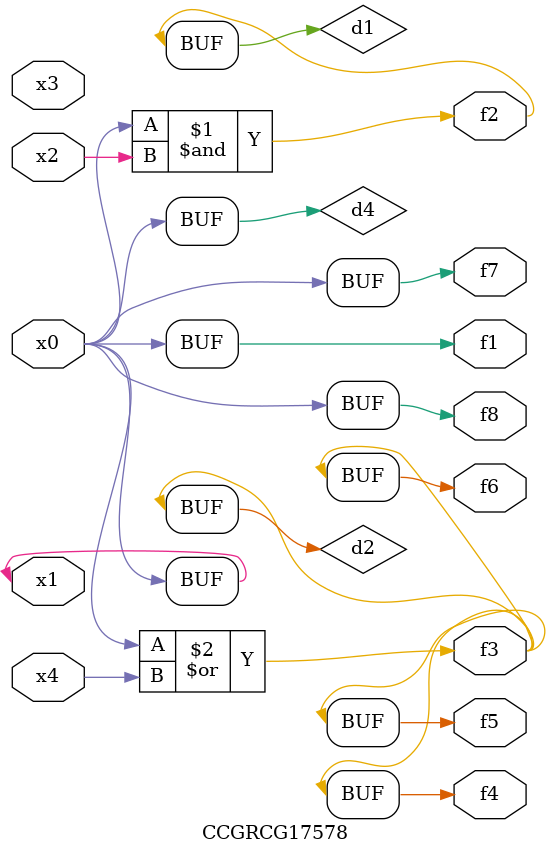
<source format=v>
module CCGRCG17578(
	input x0, x1, x2, x3, x4,
	output f1, f2, f3, f4, f5, f6, f7, f8
);

	wire d1, d2, d3, d4;

	and (d1, x0, x2);
	or (d2, x0, x4);
	nand (d3, x0, x2);
	buf (d4, x0, x1);
	assign f1 = d4;
	assign f2 = d1;
	assign f3 = d2;
	assign f4 = d2;
	assign f5 = d2;
	assign f6 = d2;
	assign f7 = d4;
	assign f8 = d4;
endmodule

</source>
